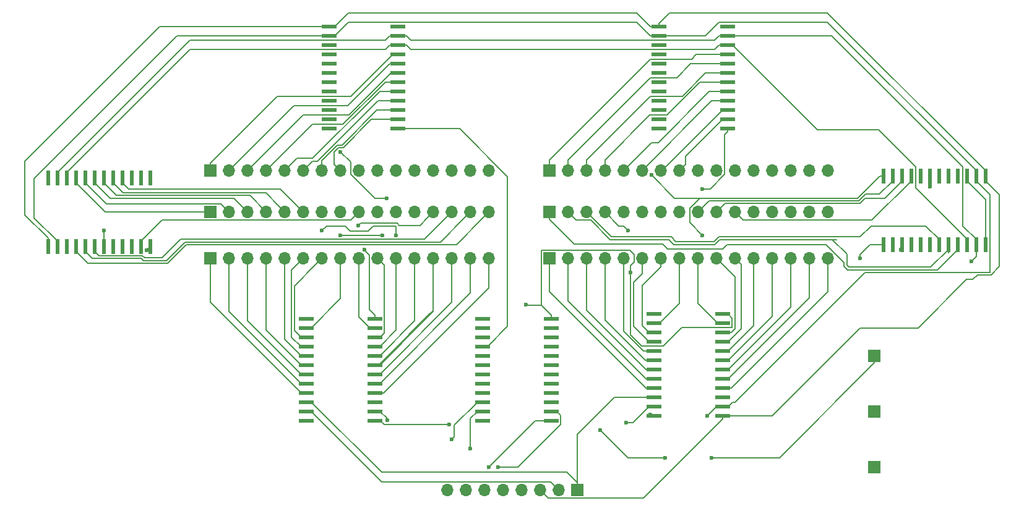
<source format=gtl>
G04 #@! TF.FileFunction,Copper,L1,Top,Signal*
%FSLAX46Y46*%
G04 Gerber Fmt 4.6, Leading zero omitted, Abs format (unit mm)*
G04 Created by KiCad (PCBNEW 4.0.6) date Tuesday, April 17, 2018 'PMt' 09:28:30 PM*
%MOMM*%
%LPD*%
G01*
G04 APERTURE LIST*
%ADD10C,0.100000*%
%ADD11R,0.600000X2.000000*%
%ADD12R,2.000000X0.600000*%
%ADD13R,1.700000X1.700000*%
%ADD14O,1.700000X1.700000*%
%ADD15C,0.600000*%
%ADD16C,0.152400*%
%ADD17C,0.500000*%
G04 APERTURE END LIST*
D10*
D11*
X98425000Y-78485000D03*
X97155000Y-78485000D03*
X95885000Y-78485000D03*
X94615000Y-78485000D03*
X93345000Y-78485000D03*
X92075000Y-78485000D03*
X90805000Y-78485000D03*
X89535000Y-78485000D03*
X88265000Y-78485000D03*
X86995000Y-78485000D03*
X85725000Y-78485000D03*
X84455000Y-78485000D03*
X84455000Y-87885000D03*
X85725000Y-87885000D03*
X86995000Y-87885000D03*
X88265000Y-87885000D03*
X89535000Y-87885000D03*
X90805000Y-87885000D03*
X92075000Y-87885000D03*
X93345000Y-87885000D03*
X94615000Y-87885000D03*
X95885000Y-87885000D03*
X97155000Y-87885000D03*
X98425000Y-87885000D03*
D12*
X177420000Y-71755000D03*
X177420000Y-70485000D03*
X177420000Y-69215000D03*
X177420000Y-67945000D03*
X177420000Y-66675000D03*
X177420000Y-65405000D03*
X177420000Y-64135000D03*
X177420000Y-62865000D03*
X177420000Y-61595000D03*
X177420000Y-60325000D03*
X177420000Y-59055000D03*
X177420000Y-57785000D03*
X168020000Y-57785000D03*
X168020000Y-59055000D03*
X168020000Y-60325000D03*
X168020000Y-61595000D03*
X168020000Y-62865000D03*
X168020000Y-64135000D03*
X168020000Y-65405000D03*
X168020000Y-66675000D03*
X168020000Y-67945000D03*
X168020000Y-69215000D03*
X168020000Y-70485000D03*
X168020000Y-71755000D03*
D13*
X153035000Y-83185000D03*
D14*
X155575000Y-83185000D03*
X158115000Y-83185000D03*
X160655000Y-83185000D03*
X163195000Y-83185000D03*
X165735000Y-83185000D03*
X168275000Y-83185000D03*
X170815000Y-83185000D03*
X173355000Y-83185000D03*
X175895000Y-83185000D03*
X178435000Y-83185000D03*
X180975000Y-83185000D03*
X183515000Y-83185000D03*
X186055000Y-83185000D03*
X188595000Y-83185000D03*
X191135000Y-83185000D03*
D11*
X198755000Y-87630000D03*
X200025000Y-87630000D03*
X201295000Y-87630000D03*
X202565000Y-87630000D03*
X203835000Y-87630000D03*
X205105000Y-87630000D03*
X206375000Y-87630000D03*
X207645000Y-87630000D03*
X208915000Y-87630000D03*
X210185000Y-87630000D03*
X211455000Y-87630000D03*
X212725000Y-87630000D03*
X212725000Y-78230000D03*
X211455000Y-78230000D03*
X210185000Y-78230000D03*
X208915000Y-78230000D03*
X207645000Y-78230000D03*
X206375000Y-78230000D03*
X205105000Y-78230000D03*
X203835000Y-78230000D03*
X202565000Y-78230000D03*
X201295000Y-78230000D03*
X200025000Y-78230000D03*
X198755000Y-78230000D03*
D13*
X106680000Y-89535000D03*
D14*
X109220000Y-89535000D03*
X111760000Y-89535000D03*
X114300000Y-89535000D03*
X116840000Y-89535000D03*
X119380000Y-89535000D03*
X121920000Y-89535000D03*
X124460000Y-89535000D03*
X127000000Y-89535000D03*
X129540000Y-89535000D03*
X132080000Y-89535000D03*
X134620000Y-89535000D03*
X137160000Y-89535000D03*
X139700000Y-89535000D03*
X142240000Y-89535000D03*
X144780000Y-89535000D03*
D13*
X106680000Y-83185000D03*
D14*
X109220000Y-83185000D03*
X111760000Y-83185000D03*
X114300000Y-83185000D03*
X116840000Y-83185000D03*
X119380000Y-83185000D03*
X121920000Y-83185000D03*
X124460000Y-83185000D03*
X127000000Y-83185000D03*
X129540000Y-83185000D03*
X132080000Y-83185000D03*
X134620000Y-83185000D03*
X137160000Y-83185000D03*
X139700000Y-83185000D03*
X142240000Y-83185000D03*
X144780000Y-83185000D03*
D13*
X153035000Y-89535000D03*
D14*
X155575000Y-89535000D03*
X158115000Y-89535000D03*
X160655000Y-89535000D03*
X163195000Y-89535000D03*
X165735000Y-89535000D03*
X168275000Y-89535000D03*
X170815000Y-89535000D03*
X173355000Y-89535000D03*
X175895000Y-89535000D03*
X178435000Y-89535000D03*
X180975000Y-89535000D03*
X183515000Y-89535000D03*
X186055000Y-89535000D03*
X188595000Y-89535000D03*
X191135000Y-89535000D03*
D13*
X153035000Y-77470000D03*
D14*
X155575000Y-77470000D03*
X158115000Y-77470000D03*
X160655000Y-77470000D03*
X163195000Y-77470000D03*
X165735000Y-77470000D03*
X168275000Y-77470000D03*
X170815000Y-77470000D03*
X173355000Y-77470000D03*
X175895000Y-77470000D03*
X178435000Y-77470000D03*
X180975000Y-77470000D03*
X183515000Y-77470000D03*
X186055000Y-77470000D03*
X188595000Y-77470000D03*
X191135000Y-77470000D03*
D13*
X106680000Y-77470000D03*
D14*
X109220000Y-77470000D03*
X111760000Y-77470000D03*
X114300000Y-77470000D03*
X116840000Y-77470000D03*
X119380000Y-77470000D03*
X121920000Y-77470000D03*
X124460000Y-77470000D03*
X127000000Y-77470000D03*
X129540000Y-77470000D03*
X132080000Y-77470000D03*
X134620000Y-77470000D03*
X137160000Y-77470000D03*
X139700000Y-77470000D03*
X142240000Y-77470000D03*
X144780000Y-77470000D03*
D13*
X156845000Y-121285000D03*
D14*
X154305000Y-121285000D03*
X151765000Y-121285000D03*
X149225000Y-121285000D03*
X146685000Y-121285000D03*
X144145000Y-121285000D03*
X141605000Y-121285000D03*
X139065000Y-121285000D03*
D13*
X197485000Y-118110000D03*
X197485000Y-110490000D03*
X197485000Y-102870000D03*
D12*
X119760000Y-97790000D03*
X119760000Y-99060000D03*
X119760000Y-100330000D03*
X119760000Y-101600000D03*
X119760000Y-102870000D03*
X119760000Y-104140000D03*
X119760000Y-105410000D03*
X119760000Y-106680000D03*
X119760000Y-107950000D03*
X119760000Y-109220000D03*
X119760000Y-110490000D03*
X119760000Y-111760000D03*
X129160000Y-111760000D03*
X129160000Y-110490000D03*
X129160000Y-109220000D03*
X129160000Y-107950000D03*
X129160000Y-106680000D03*
X129160000Y-105410000D03*
X129160000Y-104140000D03*
X129160000Y-102870000D03*
X129160000Y-101600000D03*
X129160000Y-100330000D03*
X129160000Y-99060000D03*
X129160000Y-97790000D03*
X167385000Y-97155000D03*
X167385000Y-98425000D03*
X167385000Y-99695000D03*
X167385000Y-100965000D03*
X167385000Y-102235000D03*
X167385000Y-103505000D03*
X167385000Y-104775000D03*
X167385000Y-106045000D03*
X167385000Y-107315000D03*
X167385000Y-108585000D03*
X167385000Y-109855000D03*
X167385000Y-111125000D03*
X176785000Y-111125000D03*
X176785000Y-109855000D03*
X176785000Y-108585000D03*
X176785000Y-107315000D03*
X176785000Y-106045000D03*
X176785000Y-104775000D03*
X176785000Y-103505000D03*
X176785000Y-102235000D03*
X176785000Y-100965000D03*
X176785000Y-99695000D03*
X176785000Y-98425000D03*
X176785000Y-97155000D03*
X132335000Y-71755000D03*
X132335000Y-70485000D03*
X132335000Y-69215000D03*
X132335000Y-67945000D03*
X132335000Y-66675000D03*
X132335000Y-65405000D03*
X132335000Y-64135000D03*
X132335000Y-62865000D03*
X132335000Y-61595000D03*
X132335000Y-60325000D03*
X132335000Y-59055000D03*
X132335000Y-57785000D03*
X122935000Y-57785000D03*
X122935000Y-59055000D03*
X122935000Y-60325000D03*
X122935000Y-61595000D03*
X122935000Y-62865000D03*
X122935000Y-64135000D03*
X122935000Y-65405000D03*
X122935000Y-66675000D03*
X122935000Y-67945000D03*
X122935000Y-69215000D03*
X122935000Y-70485000D03*
X122935000Y-71755000D03*
X143890000Y-97790000D03*
X143890000Y-99060000D03*
X143890000Y-100330000D03*
X143890000Y-101600000D03*
X143890000Y-102870000D03*
X143890000Y-104140000D03*
X143890000Y-105410000D03*
X143890000Y-106680000D03*
X143890000Y-107950000D03*
X143890000Y-109220000D03*
X143890000Y-110490000D03*
X143890000Y-111760000D03*
X153290000Y-111760000D03*
X153290000Y-110490000D03*
X153290000Y-109220000D03*
X153290000Y-107950000D03*
X153290000Y-106680000D03*
X153290000Y-105410000D03*
X153290000Y-104140000D03*
X153290000Y-102870000D03*
X153290000Y-101600000D03*
X153290000Y-100330000D03*
X153290000Y-99060000D03*
X153290000Y-97790000D03*
D15*
X95885000Y-78485000D03*
X97155000Y-78485000D03*
X95885000Y-87885000D03*
X130175000Y-86360000D03*
X94615000Y-87885000D03*
X124460000Y-86360000D03*
X121920000Y-85725000D03*
X93345000Y-87885000D03*
X132080000Y-86360000D03*
X92075000Y-85725000D03*
X126910065Y-85000065D03*
X163830000Y-85725000D03*
X205105000Y-87630000D03*
X203835000Y-87630000D03*
X202565000Y-87630000D03*
X201179999Y-88380001D03*
X200025000Y-87630000D03*
X203835000Y-78230000D03*
X205105000Y-79734979D03*
X206375000Y-78230000D03*
X207645000Y-78230000D03*
X208915000Y-78230000D03*
X168020000Y-70485000D03*
X168020000Y-69215000D03*
X168020000Y-67945000D03*
X168020000Y-66675000D03*
X168020000Y-65405000D03*
X168020000Y-64135000D03*
X168020000Y-62865000D03*
X168020000Y-61595000D03*
X122935000Y-70485000D03*
X122935000Y-69215000D03*
X122935000Y-67945000D03*
X122935000Y-66675000D03*
X122935000Y-65405000D03*
X122935000Y-64135000D03*
X122935000Y-62865000D03*
X122935000Y-61595000D03*
X167385000Y-108585000D03*
X210185000Y-87630000D03*
X163536387Y-112053613D03*
X210820000Y-89946210D03*
X139292558Y-112336210D03*
X174625000Y-111125000D03*
X130847558Y-111722442D03*
X146050000Y-118110000D03*
X144780000Y-118110000D03*
X142240000Y-115570000D03*
X139700000Y-114300000D03*
X166856201Y-110982271D03*
X166894307Y-111020385D03*
X176785000Y-108585000D03*
X176785000Y-108585000D03*
X212725000Y-87630000D03*
X210185000Y-78230000D03*
X212725000Y-87630000D03*
X143890000Y-111760000D03*
X153290000Y-109220000D03*
X84455000Y-78485000D03*
X177420000Y-57785000D03*
X168020000Y-60325000D03*
X132335000Y-57785000D03*
X122935000Y-60325000D03*
X86995000Y-87885000D03*
X129160000Y-109220000D03*
X119760000Y-111760000D03*
X164171388Y-91440000D03*
X127701076Y-88363466D03*
X97973709Y-88461210D03*
X122935000Y-71755000D03*
X124460000Y-74930000D03*
X130810000Y-81280000D03*
X129160000Y-97790000D03*
X149860000Y-95885000D03*
X168020000Y-71755000D03*
X167005000Y-78105000D03*
X173990000Y-86360000D03*
X176785000Y-97155000D03*
X122935000Y-71755000D03*
X143890000Y-97790000D03*
X175260000Y-116840000D03*
X168910000Y-116840000D03*
X160020000Y-113030000D03*
X119760000Y-97790000D03*
X143890000Y-107950000D03*
X98425000Y-78485000D03*
X143890000Y-106680000D03*
X167385000Y-97155000D03*
X143890000Y-105410000D03*
X195580000Y-89535000D03*
X143890000Y-104140000D03*
X173990000Y-80010000D03*
X143890000Y-102870000D03*
D16*
X106680000Y-89535000D02*
X106680000Y-95570000D01*
X106680000Y-95570000D02*
X119060000Y-107950000D01*
X119060000Y-107950000D02*
X119760000Y-107950000D01*
X109220000Y-89535000D02*
X109220000Y-96840000D01*
X109220000Y-96840000D02*
X119060000Y-106680000D01*
X119060000Y-106680000D02*
X119760000Y-106680000D01*
X111760000Y-89535000D02*
X111760000Y-98110000D01*
X111760000Y-98110000D02*
X119060000Y-105410000D01*
X119060000Y-105410000D02*
X119760000Y-105410000D01*
X114300000Y-89535000D02*
X114300000Y-99380000D01*
X114300000Y-99380000D02*
X119060000Y-104140000D01*
X119060000Y-104140000D02*
X119760000Y-104140000D01*
X116840000Y-89535000D02*
X116840000Y-100650000D01*
X116840000Y-100650000D02*
X119060000Y-102870000D01*
X119060000Y-102870000D02*
X119760000Y-102870000D01*
X119380000Y-89535000D02*
X117783789Y-91131211D01*
X117783789Y-100323789D02*
X119060000Y-101600000D01*
X117783789Y-91131211D02*
X117783789Y-100323789D01*
X119060000Y-101600000D02*
X119760000Y-101600000D01*
X119760000Y-100330000D02*
X119060000Y-100330000D01*
X118136199Y-99406199D02*
X118136199Y-93318801D01*
X119060000Y-100330000D02*
X118136199Y-99406199D01*
X118136199Y-93318801D02*
X121070001Y-90384999D01*
X121070001Y-90384999D02*
X121920000Y-89535000D01*
X124460000Y-89535000D02*
X124460000Y-95060000D01*
X124460000Y-95060000D02*
X120460000Y-99060000D01*
X120460000Y-99060000D02*
X119760000Y-99060000D01*
X127000000Y-89535000D02*
X127000000Y-97600000D01*
X127000000Y-97600000D02*
X128460000Y-99060000D01*
X128460000Y-99060000D02*
X129160000Y-99060000D01*
X129860000Y-100330000D02*
X129160000Y-100330000D01*
X130436201Y-99753799D02*
X129860000Y-100330000D01*
X129540000Y-89535000D02*
X130436201Y-90431201D01*
X130436201Y-90431201D02*
X130436201Y-99753799D01*
X132080000Y-89535000D02*
X132080000Y-99380000D01*
X132080000Y-99380000D02*
X129860000Y-101600000D01*
X129860000Y-101600000D02*
X129160000Y-101600000D01*
X134620000Y-89535000D02*
X134620000Y-98110000D01*
X134620000Y-98110000D02*
X129860000Y-102870000D01*
X129860000Y-102870000D02*
X129160000Y-102870000D01*
X137160000Y-89535000D02*
X137160000Y-96737778D01*
X137160000Y-96737778D02*
X136801577Y-97096201D01*
X136801577Y-97096201D02*
X136730961Y-97096201D01*
X136730961Y-97096201D02*
X129687162Y-104140000D01*
X137160000Y-89535000D02*
X137160000Y-96840000D01*
X137160000Y-96840000D02*
X129860000Y-104140000D01*
X129860000Y-104140000D02*
X129160000Y-104140000D01*
X129860000Y-105410000D02*
X129160000Y-105410000D01*
X139700000Y-95570000D02*
X129860000Y-105410000D01*
X139700000Y-89535000D02*
X139700000Y-95570000D01*
X129860000Y-106680000D02*
X129160000Y-106680000D01*
X142240000Y-89535000D02*
X142240000Y-94300000D01*
X142240000Y-94300000D02*
X129860000Y-106680000D01*
X130392778Y-107950000D02*
X130312400Y-107950000D01*
X130312400Y-107950000D02*
X129160000Y-107950000D01*
X144780000Y-93562778D02*
X130392778Y-107950000D01*
X144780000Y-89535000D02*
X144780000Y-93562778D01*
X88265000Y-78485000D02*
X88265000Y-79185000D01*
X88265000Y-79185000D02*
X92265000Y-83185000D01*
X92265000Y-83185000D02*
X105677600Y-83185000D01*
X105677600Y-83185000D02*
X106680000Y-83185000D01*
X89535000Y-78485000D02*
X89535000Y-79185000D01*
X89535000Y-79185000D02*
X92408799Y-82058799D01*
X92408799Y-82058799D02*
X108093799Y-82058799D01*
X108093799Y-82058799D02*
X108370001Y-82335001D01*
X108370001Y-82335001D02*
X109220000Y-83185000D01*
X92900000Y-81280000D02*
X109855000Y-81280000D01*
X109855000Y-81280000D02*
X111760000Y-83185000D01*
X90805000Y-78485000D02*
X90805000Y-79185000D01*
X90805000Y-79185000D02*
X92900000Y-81280000D01*
X93817590Y-80927590D02*
X112042590Y-80927590D01*
X112042590Y-80927590D02*
X114300000Y-83185000D01*
X92075000Y-78485000D02*
X92075000Y-79185000D01*
X92075000Y-79185000D02*
X93817590Y-80927590D01*
X93345000Y-78485000D02*
X93345000Y-79185000D01*
X93345000Y-79185000D02*
X94735180Y-80575180D01*
X94735180Y-80575180D02*
X114230180Y-80575180D01*
X114230180Y-80575180D02*
X115990001Y-82335001D01*
X115990001Y-82335001D02*
X116840000Y-83185000D01*
X95440000Y-80010000D02*
X116205000Y-80010000D01*
X116205000Y-80010000D02*
X119380000Y-83185000D01*
X94615000Y-78485000D02*
X94615000Y-79185000D01*
X94615000Y-79185000D02*
X95440000Y-80010000D01*
X97155000Y-87885000D02*
X97155000Y-87185000D01*
X97155000Y-87185000D02*
X100028799Y-84311201D01*
X100028799Y-84311201D02*
X125873799Y-84311201D01*
X125873799Y-84311201D02*
X126150001Y-84034999D01*
X126150001Y-84034999D02*
X127000000Y-83185000D01*
X129540000Y-86360000D02*
X130175000Y-86360000D01*
X128905000Y-86360000D02*
X129540000Y-86360000D01*
X124460000Y-86360000D02*
X128905000Y-86360000D01*
X121920000Y-85725000D02*
X122555000Y-85090000D01*
X122555000Y-85090000D02*
X125095000Y-85090000D01*
X128211200Y-85783800D02*
X128905000Y-85090000D01*
X125095000Y-85090000D02*
X125788800Y-85783800D01*
X125788800Y-85783800D02*
X128211200Y-85783800D01*
X132080000Y-85090000D02*
X132080000Y-86360000D01*
X128905000Y-85090000D02*
X132080000Y-85090000D01*
X136310001Y-84034999D02*
X137160000Y-83185000D01*
X135344935Y-85000065D02*
X136310001Y-84034999D01*
X132488449Y-85000065D02*
X135344935Y-85000065D01*
X132188450Y-84700066D02*
X132488449Y-85000065D01*
X127210064Y-84700066D02*
X132188450Y-84700066D01*
X126910065Y-85000065D02*
X127210064Y-84700066D01*
X92075000Y-85725000D02*
X92075000Y-87885000D01*
X90805000Y-87885000D02*
X90805000Y-88585000D01*
X100007634Y-89483567D02*
X102555000Y-86936201D01*
X138850001Y-84034999D02*
X139700000Y-83185000D01*
X97355558Y-89161201D02*
X97677924Y-89483567D01*
X102555000Y-86936201D02*
X135948799Y-86936201D01*
X97677924Y-89483567D02*
X100007634Y-89483567D01*
X90805000Y-88585000D02*
X91381201Y-89161201D01*
X91381201Y-89161201D02*
X97355558Y-89161201D01*
X135948799Y-86936201D02*
X138850001Y-84034999D01*
X89535000Y-88585000D02*
X90463611Y-89513611D01*
X97531951Y-89835978D02*
X100664022Y-89835978D01*
X89535000Y-87885000D02*
X89535000Y-88585000D01*
X90463611Y-89513611D02*
X97209584Y-89513611D01*
X97209584Y-89513611D02*
X97531951Y-89835978D01*
X100664022Y-89835978D02*
X103211388Y-87288612D01*
X103211388Y-87288612D02*
X138136389Y-87288611D01*
X138136389Y-87288611D02*
X141390001Y-84034999D01*
X141390001Y-84034999D02*
X142240000Y-83185000D01*
X143930001Y-84034999D02*
X144780000Y-83185000D01*
X88265000Y-87885000D02*
X88265000Y-88585000D01*
X88265000Y-88585000D02*
X89850000Y-90170000D01*
X103357363Y-87641021D02*
X140323979Y-87641021D01*
X140323979Y-87641021D02*
X143930001Y-84034999D01*
X89850000Y-90170000D02*
X97367589Y-90170000D01*
X97367589Y-90170000D02*
X97385979Y-90188388D01*
X97385979Y-90188388D02*
X100809996Y-90188388D01*
X100809996Y-90188388D02*
X103357363Y-87641021D01*
X153035000Y-89535000D02*
X153035000Y-94117400D01*
X153035000Y-94117400D02*
X166232600Y-107315000D01*
X166232600Y-107315000D02*
X167385000Y-107315000D01*
X155575000Y-89535000D02*
X155575000Y-95387400D01*
X155575000Y-95387400D02*
X166232600Y-106045000D01*
X166232600Y-106045000D02*
X167385000Y-106045000D01*
X158115000Y-89535000D02*
X158115000Y-96657400D01*
X158115000Y-96657400D02*
X166232600Y-104775000D01*
X166232600Y-104775000D02*
X167385000Y-104775000D01*
X160655000Y-89535000D02*
X160655000Y-97974098D01*
X166185902Y-103505000D02*
X166232600Y-103505000D01*
X160655000Y-97974098D02*
X166185902Y-103505000D01*
X166232600Y-103505000D02*
X167385000Y-103505000D01*
X163195000Y-89535000D02*
X163195000Y-99530940D01*
X163195000Y-99530940D02*
X165899060Y-102235000D01*
X165899060Y-102235000D02*
X166232600Y-102235000D01*
X166232600Y-102235000D02*
X167385000Y-102235000D01*
X166685000Y-100965000D02*
X167385000Y-100965000D01*
X165735000Y-89535000D02*
X165735000Y-91657778D01*
X165735000Y-91657778D02*
X164523799Y-92868979D01*
X164523799Y-98803799D02*
X166685000Y-100965000D01*
X164523799Y-92868979D02*
X164523799Y-98803799D01*
X168275000Y-90737081D02*
X165756388Y-93255693D01*
X168275000Y-89535000D02*
X168275000Y-90737081D01*
X165756388Y-98766388D02*
X166685000Y-99695000D01*
X165756388Y-93255693D02*
X165756388Y-98766388D01*
X166685000Y-99695000D02*
X167385000Y-99695000D01*
X167385000Y-98425000D02*
X168085000Y-98425000D01*
X168085000Y-98425000D02*
X170815000Y-95695000D01*
X170815000Y-95695000D02*
X170815000Y-90737081D01*
X170815000Y-90737081D02*
X170815000Y-89535000D01*
X173355000Y-89535000D02*
X173355000Y-95695000D01*
X173355000Y-95695000D02*
X176085000Y-98425000D01*
X176085000Y-98425000D02*
X176785000Y-98425000D01*
X175895000Y-89535000D02*
X178413611Y-92053611D01*
X178413611Y-92053611D02*
X178413611Y-99218789D01*
X178413611Y-99218789D02*
X177937400Y-99695000D01*
X177937400Y-99695000D02*
X176785000Y-99695000D01*
X176785000Y-100965000D02*
X177485000Y-100965000D01*
X179284999Y-90384999D02*
X178435000Y-89535000D01*
X179284999Y-99165001D02*
X179284999Y-90384999D01*
X177485000Y-100965000D02*
X179284999Y-99165001D01*
X180975000Y-89535000D02*
X180975000Y-98745000D01*
X180975000Y-98745000D02*
X177485000Y-102235000D01*
X177485000Y-102235000D02*
X176785000Y-102235000D01*
X183515000Y-89535000D02*
X183515000Y-97475000D01*
X183515000Y-97475000D02*
X177485000Y-103505000D01*
X177485000Y-103505000D02*
X176785000Y-103505000D01*
X186055000Y-89535000D02*
X186055000Y-96205000D01*
X186055000Y-96205000D02*
X177485000Y-104775000D01*
X177485000Y-104775000D02*
X176785000Y-104775000D01*
D17*
X177165000Y-104775000D02*
X176785000Y-104775000D01*
D16*
X188595000Y-89535000D02*
X188595000Y-94935000D01*
X188595000Y-94935000D02*
X177485000Y-106045000D01*
X177485000Y-106045000D02*
X176785000Y-106045000D01*
X177937400Y-107315000D02*
X176785000Y-107315000D01*
X191135000Y-94117400D02*
X177937400Y-107315000D01*
X191135000Y-89535000D02*
X191135000Y-94117400D01*
X153035000Y-84187400D02*
X153035000Y-83185000D01*
X156456396Y-87608796D02*
X153035000Y-84187400D01*
X168551577Y-87608796D02*
X156456396Y-87608796D01*
X193381387Y-90592551D02*
X193381387Y-90114609D01*
X193887449Y-91098613D02*
X193381387Y-90592551D01*
X206146387Y-91098613D02*
X193887449Y-91098613D01*
X208915000Y-88330000D02*
X206146387Y-91098613D01*
X208915000Y-87630000D02*
X208915000Y-88330000D01*
X169218805Y-88276024D02*
X168551577Y-87608796D01*
X176736754Y-88276024D02*
X169218805Y-88276024D01*
X177382778Y-87630000D02*
X176736754Y-88276024D01*
X190896778Y-87630000D02*
X177382778Y-87630000D01*
X193381387Y-90114609D02*
X190896778Y-87630000D01*
X207645000Y-88330000D02*
X207645000Y-87630000D01*
X205228798Y-90746202D02*
X207645000Y-88330000D01*
X193733798Y-88915018D02*
X193733798Y-90446578D01*
X193733798Y-90446578D02*
X194033422Y-90746202D01*
X194033422Y-90746202D02*
X205228798Y-90746202D01*
X191770000Y-86951220D02*
X193733798Y-88915018D01*
X156424999Y-84034999D02*
X155575000Y-83185000D01*
X175618423Y-87688799D02*
X170108579Y-87688799D01*
X156701201Y-84311201D02*
X156424999Y-84034999D01*
X169371001Y-86951221D02*
X161382837Y-86951221D01*
X161382837Y-86951221D02*
X158742817Y-84311201D01*
X176356002Y-86951220D02*
X175618423Y-87688799D01*
X158742817Y-84311201D02*
X156701201Y-84311201D01*
X170108579Y-87688799D02*
X169371001Y-86951221D01*
X191770000Y-86951220D02*
X176356002Y-86951220D01*
X207645000Y-88782400D02*
X207645000Y-87630000D01*
X191770000Y-86951220D02*
X192361220Y-86951220D01*
X176210028Y-86598810D02*
X195580000Y-86598810D01*
X158115000Y-83185000D02*
X161528810Y-86598810D01*
X161528810Y-86598810D02*
X169723412Y-86598810D01*
X169723412Y-86598810D02*
X170332052Y-87207450D01*
X175601388Y-87207450D02*
X176210028Y-86598810D01*
X206375000Y-86930000D02*
X206375000Y-87630000D01*
X197088810Y-85090000D02*
X204535000Y-85090000D01*
X204535000Y-85090000D02*
X206375000Y-86930000D01*
X195580000Y-86598810D02*
X197088810Y-85090000D01*
X170332052Y-87207450D02*
X175601388Y-87207450D01*
X163195000Y-85090000D02*
X162560000Y-85090000D01*
X162560000Y-85090000D02*
X160655000Y-83185000D01*
X163830000Y-85725000D02*
X163195000Y-85090000D01*
X195398573Y-81632411D02*
X174907589Y-81632411D01*
X196277194Y-80753790D02*
X195398573Y-81632411D01*
X198201210Y-80753790D02*
X196277194Y-80753790D01*
X174907589Y-81632411D02*
X174204999Y-82335001D01*
X200025000Y-78930000D02*
X198201210Y-80753790D01*
X200025000Y-78230000D02*
X200025000Y-78930000D01*
X174204999Y-82335001D02*
X173355000Y-83185000D01*
X198945000Y-81280000D02*
X201295000Y-78930000D01*
X196249368Y-81280000D02*
X198945000Y-81280000D01*
X201295000Y-78930000D02*
X201295000Y-78230000D01*
X195544546Y-81984822D02*
X196249368Y-81280000D01*
X177095178Y-81984822D02*
X195544546Y-81984822D01*
X175895000Y-83185000D02*
X177095178Y-81984822D01*
X177021201Y-82058799D02*
X176744999Y-82335001D01*
X176744999Y-82335001D02*
X175895000Y-83185000D01*
X202565000Y-78230000D02*
X202565000Y-78930000D01*
X202565000Y-78930000D02*
X197183799Y-84311201D01*
X197183799Y-84311201D02*
X179561201Y-84311201D01*
X179284999Y-84034999D02*
X178435000Y-83185000D01*
X179561201Y-84311201D02*
X179284999Y-84034999D01*
D17*
X205105000Y-79734979D02*
X205105000Y-78230000D01*
D16*
X172493780Y-62230000D02*
X166857838Y-62230000D01*
X166857838Y-62230000D02*
X153035000Y-76052838D01*
X153035000Y-76052838D02*
X153035000Y-76467600D01*
X153035000Y-76467600D02*
X153035000Y-77470000D01*
X177420000Y-61595000D02*
X173128780Y-61595000D01*
X173128780Y-61595000D02*
X172493780Y-62230000D01*
X170452162Y-64770000D02*
X166857838Y-64770000D01*
X155575000Y-76267919D02*
X155575000Y-77470000D01*
X166857838Y-64770000D02*
X155575000Y-76052838D01*
X155575000Y-76052838D02*
X155575000Y-76267919D01*
X177420000Y-62865000D02*
X172357162Y-62865000D01*
X172357162Y-62865000D02*
X170452162Y-64770000D01*
X171223780Y-67310000D02*
X166857838Y-67310000D01*
X166857838Y-67310000D02*
X158115000Y-76052838D01*
X158115000Y-76267919D02*
X158115000Y-77470000D01*
X158115000Y-76052838D02*
X158115000Y-76267919D01*
X177420000Y-64135000D02*
X174398780Y-64135000D01*
X174398780Y-64135000D02*
X171223780Y-67310000D01*
X177420000Y-65405000D02*
X173627162Y-65405000D01*
X173627162Y-65405000D02*
X169123363Y-69908799D01*
X160655000Y-76052838D02*
X160655000Y-76267919D01*
X169123363Y-69908799D02*
X166799039Y-69908799D01*
X166799039Y-69908799D02*
X160655000Y-76052838D01*
X160655000Y-76267919D02*
X160655000Y-77470000D01*
X167912162Y-73660000D02*
X167005000Y-73660000D01*
X167005000Y-73660000D02*
X163195000Y-77470000D01*
X177420000Y-66675000D02*
X174897162Y-66675000D01*
X174897162Y-66675000D02*
X167912162Y-73660000D01*
X177420000Y-67945000D02*
X175260000Y-67945000D01*
X175260000Y-67945000D02*
X165735000Y-77470000D01*
X177420000Y-69215000D02*
X176720000Y-69215000D01*
X176720000Y-69215000D02*
X168465000Y-77470000D01*
X168465000Y-77470000D02*
X168275000Y-77470000D01*
X177420000Y-70485000D02*
X176720000Y-70485000D01*
X176720000Y-70485000D02*
X171664999Y-75540001D01*
X171664999Y-75540001D02*
X171664999Y-76620001D01*
X171664999Y-76620001D02*
X170815000Y-77470000D01*
X132335000Y-61595000D02*
X131635000Y-61595000D01*
X131635000Y-61595000D02*
X125861201Y-67368799D01*
X125861201Y-67368799D02*
X115778801Y-67368799D01*
X115778801Y-67368799D02*
X106680000Y-76467600D01*
X106680000Y-76467600D02*
X106680000Y-77470000D01*
X132335000Y-62865000D02*
X131182600Y-62865000D01*
X131182600Y-62865000D02*
X125408801Y-68638799D01*
X110069999Y-76620001D02*
X109220000Y-77470000D01*
X125408801Y-68638799D02*
X118051201Y-68638799D01*
X118051201Y-68638799D02*
X110069999Y-76620001D01*
X132335000Y-64135000D02*
X131355398Y-64135000D01*
X131355398Y-64135000D02*
X125581599Y-69908799D01*
X125581599Y-69908799D02*
X119321201Y-69908799D01*
X119321201Y-69908799D02*
X112609999Y-76620001D01*
X112609999Y-76620001D02*
X111760000Y-77470000D01*
X132335000Y-65405000D02*
X130583780Y-65405000D01*
X130583780Y-65405000D02*
X124809981Y-71178799D01*
X120591201Y-71178799D02*
X115149999Y-76620001D01*
X124809981Y-71178799D02*
X120591201Y-71178799D01*
X115149999Y-76620001D02*
X114300000Y-77470000D01*
X132335000Y-66675000D02*
X129812162Y-66675000D01*
X129812162Y-66675000D02*
X120650000Y-75837162D01*
X120650000Y-75837162D02*
X118472838Y-75837162D01*
X118472838Y-75837162D02*
X116840000Y-77470000D01*
X121340452Y-76200000D02*
X120650000Y-76200000D01*
X120229999Y-76620001D02*
X119380000Y-77470000D01*
X132335000Y-67945000D02*
X129595452Y-67945000D01*
X129595452Y-67945000D02*
X121340452Y-76200000D01*
X120650000Y-76200000D02*
X120229999Y-76620001D01*
X132335000Y-69215000D02*
X129458836Y-69215000D01*
X129458836Y-69215000D02*
X124672449Y-74001387D01*
X124672449Y-74001387D02*
X124037448Y-74001388D01*
X124037448Y-74001388D02*
X121920000Y-76118836D01*
X121920000Y-76118836D02*
X121920000Y-76267919D01*
X121920000Y-76267919D02*
X121920000Y-77470000D01*
X128687220Y-70485000D02*
X124818422Y-74353798D01*
X124818422Y-74353798D02*
X124183422Y-74353798D01*
X124183422Y-74353798D02*
X123610001Y-74927219D01*
X123610001Y-74927219D02*
X123610001Y-76620001D01*
X123610001Y-76620001D02*
X124460000Y-77470000D01*
X132335000Y-70485000D02*
X128687220Y-70485000D01*
X156845000Y-120282600D02*
X156845000Y-113665000D01*
X156845000Y-113665000D02*
X161925000Y-108585000D01*
X161925000Y-108585000D02*
X167385000Y-108585000D01*
X106680000Y-60901201D02*
X130606399Y-60901201D01*
X106591637Y-60901201D02*
X106680000Y-60901201D01*
X106680000Y-60901201D02*
X103878799Y-60901201D01*
X103878799Y-60901201D02*
X86995000Y-77785000D01*
X86995000Y-77785000D02*
X86995000Y-78485000D01*
X167385000Y-108585000D02*
X166685000Y-108585000D01*
X156845000Y-120282600D02*
X156845000Y-121285000D01*
X210185000Y-87630000D02*
X210185000Y-88330000D01*
X177420000Y-60325000D02*
X178120000Y-60325000D01*
X198058363Y-71926201D02*
X203141201Y-77009039D01*
X178120000Y-60325000D02*
X189721201Y-71926201D01*
X189721201Y-71926201D02*
X198058363Y-71926201D01*
X203141201Y-77009039D02*
X203141201Y-79886201D01*
X203141201Y-79886201D02*
X210185000Y-86930000D01*
X210185000Y-86930000D02*
X210185000Y-87630000D01*
X132335000Y-60325000D02*
X133487400Y-60325000D01*
X133487400Y-60325000D02*
X134063601Y-60901201D01*
X134063601Y-60901201D02*
X175691399Y-60901201D01*
X175691399Y-60901201D02*
X176267600Y-60325000D01*
X176267600Y-60325000D02*
X177420000Y-60325000D01*
X86995000Y-78485000D02*
X86995000Y-79185000D01*
X130606399Y-60901201D02*
X131182600Y-60325000D01*
X131182600Y-60325000D02*
X132335000Y-60325000D01*
X119760000Y-109220000D02*
X120460000Y-109220000D01*
X120460000Y-109220000D02*
X130093790Y-118853790D01*
X130093790Y-118853790D02*
X155416190Y-118853790D01*
X155416190Y-118853790D02*
X156845000Y-120282600D01*
X164486387Y-112053613D02*
X163536387Y-112053613D01*
X166685000Y-109855000D02*
X164486387Y-112053613D01*
X167385000Y-109855000D02*
X166685000Y-109855000D01*
X211455000Y-87630000D02*
X211455000Y-89311210D01*
X211455000Y-89311210D02*
X210820000Y-89946210D01*
X177420000Y-59055000D02*
X191654760Y-59055000D01*
X191654760Y-59055000D02*
X209608799Y-77009039D01*
X209608799Y-77009039D02*
X209608799Y-85083799D01*
X209608799Y-85083799D02*
X211455000Y-86930000D01*
X211455000Y-86930000D02*
X211455000Y-87630000D01*
X132335000Y-59055000D02*
X133487400Y-59055000D01*
X133487400Y-59055000D02*
X134063601Y-59631201D01*
X134063601Y-59631201D02*
X175691399Y-59631201D01*
X175691399Y-59631201D02*
X176267600Y-59055000D01*
X176267600Y-59055000D02*
X177420000Y-59055000D01*
X85725000Y-78485000D02*
X85725000Y-77785000D01*
X85725000Y-77785000D02*
X103878799Y-59631201D01*
X103878799Y-59631201D02*
X130606399Y-59631201D01*
X130606399Y-59631201D02*
X131182600Y-59055000D01*
X131182600Y-59055000D02*
X132335000Y-59055000D01*
X119760000Y-110490000D02*
X120460000Y-110490000D01*
X120460000Y-110490000D02*
X130128799Y-120158799D01*
X130128799Y-120158799D02*
X153178799Y-120158799D01*
X153178799Y-120158799D02*
X153455001Y-120435001D01*
X153455001Y-120435001D02*
X154305000Y-121285000D01*
X177937400Y-111125000D02*
X176785000Y-111125000D01*
X183515000Y-111125000D02*
X177937400Y-111125000D01*
X195580000Y-99060000D02*
X183515000Y-111125000D01*
X203492162Y-99060000D02*
X195580000Y-99060000D01*
X210124752Y-92427410D02*
X203492162Y-99060000D01*
X210965974Y-92427410D02*
X210124752Y-92427410D01*
X211600973Y-91792411D02*
X210965974Y-92427410D01*
X213505973Y-91792411D02*
X211600973Y-91792411D01*
X214630000Y-90668384D02*
X213505973Y-91792411D01*
X214630000Y-80835000D02*
X214630000Y-90668384D01*
X212725000Y-78930000D02*
X214630000Y-80835000D01*
X212725000Y-78230000D02*
X212725000Y-78930000D01*
X129160000Y-111760000D02*
X129860000Y-111760000D01*
X130436210Y-112336210D02*
X138868294Y-112336210D01*
X129860000Y-111760000D02*
X130436210Y-112336210D01*
X138868294Y-112336210D02*
X139292558Y-112336210D01*
X176785000Y-111125000D02*
X176785000Y-111577400D01*
X176785000Y-111577400D02*
X165951199Y-122411201D01*
X152614999Y-122134999D02*
X151765000Y-121285000D01*
X165951199Y-122411201D02*
X152891201Y-122411201D01*
X152891201Y-122411201D02*
X152614999Y-122134999D01*
X169472600Y-55880000D02*
X191075000Y-55880000D01*
X191075000Y-55880000D02*
X212725000Y-77530000D01*
X212725000Y-77530000D02*
X212725000Y-78230000D01*
X168020000Y-57785000D02*
X168020000Y-57332600D01*
X168020000Y-57332600D02*
X169472600Y-55880000D01*
X125540000Y-55880000D02*
X164962600Y-55880000D01*
X164962600Y-55880000D02*
X166867600Y-57785000D01*
X166867600Y-57785000D02*
X168020000Y-57785000D01*
X122935000Y-57785000D02*
X123635000Y-57785000D01*
X123635000Y-57785000D02*
X125540000Y-55880000D01*
X81280000Y-76200000D02*
X81280000Y-83557600D01*
X81280000Y-83557600D02*
X84455000Y-86732600D01*
X84455000Y-86732600D02*
X84455000Y-87885000D01*
X99695000Y-57785000D02*
X81280000Y-76200000D01*
X122935000Y-57785000D02*
X99695000Y-57785000D01*
X211455000Y-78230000D02*
X211455000Y-78930000D01*
X211455000Y-78930000D02*
X213360000Y-80835000D01*
X213360000Y-80835000D02*
X213360000Y-91440000D01*
X213360000Y-91440000D02*
X211455000Y-91440000D01*
X211455000Y-91440000D02*
X211443976Y-91451024D01*
X211443976Y-91451024D02*
X196203976Y-91451024D01*
X196203976Y-91451024D02*
X178435000Y-109220000D01*
X178435000Y-109220000D02*
X178120000Y-109220000D01*
X178120000Y-109220000D02*
X177485000Y-109855000D01*
X177485000Y-109855000D02*
X176785000Y-109855000D01*
X174625000Y-111125000D02*
X175895000Y-109855000D01*
X175895000Y-109855000D02*
X176785000Y-109855000D01*
X129860000Y-110490000D02*
X130847558Y-111477558D01*
X129160000Y-110490000D02*
X129860000Y-110490000D01*
X130847558Y-111477558D02*
X130847558Y-111722442D01*
X176257838Y-57150000D02*
X191075000Y-57150000D01*
X191075000Y-57150000D02*
X211455000Y-77530000D01*
X211455000Y-77530000D02*
X211455000Y-78230000D01*
X168020000Y-59055000D02*
X174352838Y-59055000D01*
X174352838Y-59055000D02*
X176257838Y-57150000D01*
X125540000Y-57150000D02*
X164962600Y-57150000D01*
X164962600Y-57150000D02*
X166867600Y-59055000D01*
X166867600Y-59055000D02*
X168020000Y-59055000D01*
X122935000Y-59055000D02*
X123635000Y-59055000D01*
X123635000Y-59055000D02*
X125540000Y-57150000D01*
X82550000Y-84010000D02*
X82550000Y-78592838D01*
X82550000Y-78592838D02*
X102087838Y-59055000D01*
X102087838Y-59055000D02*
X121782600Y-59055000D01*
X121782600Y-59055000D02*
X122935000Y-59055000D01*
X85725000Y-87885000D02*
X85725000Y-87185000D01*
X85725000Y-87185000D02*
X82550000Y-84010000D01*
X146050000Y-118110000D02*
X148737162Y-118110000D01*
X148737162Y-118110000D02*
X154566201Y-112280961D01*
X154566201Y-112280961D02*
X154566201Y-111066201D01*
X153990000Y-110490000D02*
X153290000Y-110490000D01*
X154566201Y-111066201D02*
X153990000Y-110490000D01*
X144780000Y-118110000D02*
X151130000Y-111760000D01*
X151130000Y-111760000D02*
X153290000Y-111760000D01*
X142240000Y-115570000D02*
X142240000Y-111440000D01*
X142240000Y-111440000D02*
X143190000Y-110490000D01*
X143190000Y-110490000D02*
X143890000Y-110490000D01*
X139999999Y-114000001D02*
X139999999Y-112410001D01*
X139700000Y-114300000D02*
X139999999Y-114000001D01*
X143190000Y-109220000D02*
X143890000Y-109220000D01*
X139999999Y-112410001D02*
X143190000Y-109220000D01*
X210185000Y-78230000D02*
X210185000Y-78930000D01*
X210185000Y-78930000D02*
X212725000Y-81470000D01*
X212725000Y-81470000D02*
X212725000Y-86477600D01*
X212725000Y-86477600D02*
X212725000Y-87630000D01*
X164023175Y-88408799D02*
X151964039Y-88408799D01*
X176785000Y-97155000D02*
X177485000Y-97155000D01*
X178061201Y-98945961D02*
X178005961Y-99001201D01*
X177485000Y-97155000D02*
X178061201Y-97731201D01*
X178061201Y-97731201D02*
X178061201Y-98945961D01*
X168605961Y-101541201D02*
X165703645Y-101541201D01*
X165703645Y-101541201D02*
X164171388Y-100008944D01*
X164171388Y-90512988D02*
X164608799Y-90075577D01*
X164171388Y-100008944D02*
X164171388Y-91440000D01*
X171145961Y-99001201D02*
X168605961Y-101541201D01*
X178005961Y-99001201D02*
X171145961Y-99001201D01*
X164608799Y-88994423D02*
X164023175Y-88408799D01*
X151908799Y-88464039D02*
X151908799Y-95956399D01*
X151964039Y-88408799D02*
X151908799Y-88464039D01*
X164608799Y-90075577D02*
X164608799Y-88994423D01*
X164171388Y-91440000D02*
X164171388Y-90512988D01*
X128001075Y-88663465D02*
X127701076Y-88363466D01*
X128413799Y-89076189D02*
X128001075Y-88663465D01*
X128413799Y-96591399D02*
X128413799Y-89076189D01*
X129160000Y-97337600D02*
X128413799Y-96591399D01*
X129160000Y-97790000D02*
X129160000Y-97337600D01*
X97973709Y-88461210D02*
X97973709Y-88336291D01*
X97973709Y-88336291D02*
X98425000Y-87885000D01*
X129143222Y-81280000D02*
X125873799Y-78010577D01*
X130810000Y-81280000D02*
X129143222Y-81280000D01*
X125873799Y-78010577D02*
X125873799Y-76343799D01*
X125873799Y-76343799D02*
X124460000Y-74930000D01*
X151908799Y-95956399D02*
X149931399Y-95956399D01*
X149931399Y-95956399D02*
X149860000Y-95885000D01*
X173593222Y-81280000D02*
X170180000Y-81280000D01*
X170180000Y-81280000D02*
X167005000Y-78105000D01*
X153290000Y-97337600D02*
X153290000Y-97790000D01*
X151908799Y-95956399D02*
X153290000Y-97337600D01*
X172228799Y-84598799D02*
X173990000Y-86360000D01*
X195252600Y-81280000D02*
X173593222Y-81280000D01*
X173593222Y-81280000D02*
X172228799Y-82644423D01*
X172228799Y-82644423D02*
X172228799Y-84598799D01*
X198755000Y-78230000D02*
X198302600Y-78230000D01*
X198302600Y-78230000D02*
X195252600Y-81280000D01*
X175260000Y-116840000D02*
X184517400Y-116840000D01*
X184517400Y-116840000D02*
X197485000Y-103872400D01*
X197485000Y-103872400D02*
X197485000Y-102870000D01*
X163830000Y-116840000D02*
X168910000Y-116840000D01*
X160020000Y-113030000D02*
X163830000Y-116840000D01*
X195580000Y-88984999D02*
X195580000Y-89535000D01*
X195580000Y-88984999D02*
X196934999Y-87630000D01*
X196934999Y-87630000D02*
X198755000Y-87630000D01*
X173990000Y-80010000D02*
X175021778Y-80010000D01*
X175021778Y-80010000D02*
X177021201Y-78010577D01*
X177021201Y-78010577D02*
X177021201Y-72606199D01*
X177021201Y-72606199D02*
X177420000Y-72207400D01*
X177420000Y-72207400D02*
X177420000Y-71755000D01*
X147320000Y-98870000D02*
X147320000Y-78343222D01*
X140731778Y-71755000D02*
X133487400Y-71755000D01*
X147320000Y-78343222D02*
X140731778Y-71755000D01*
X133487400Y-71755000D02*
X132335000Y-71755000D01*
X143890000Y-101600000D02*
X144590000Y-101600000D01*
X144590000Y-101600000D02*
X147320000Y-98870000D01*
M02*

</source>
